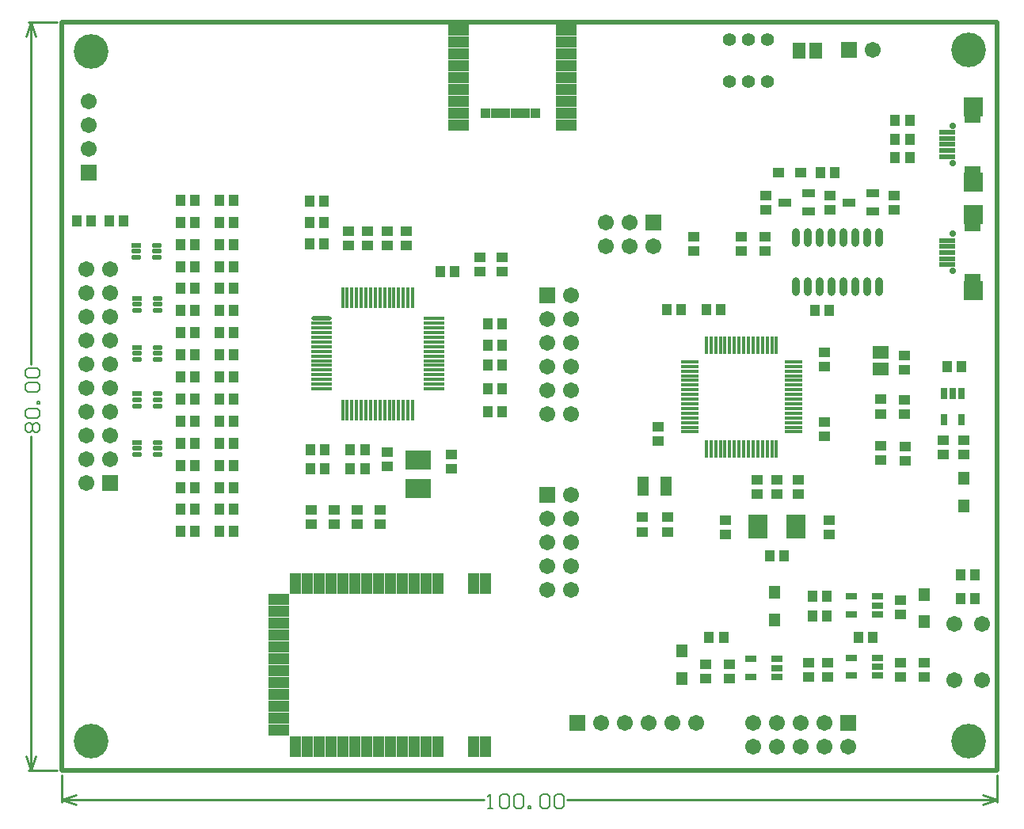
<source format=gts>
G04*
G04 #@! TF.GenerationSoftware,Altium Limited,Altium Designer,18.1.9 (240)*
G04*
G04 Layer_Color=8388736*
%FSLAX24Y24*%
%MOIN*%
G70*
G01*
G75*
%ADD14C,0.0100*%
%ADD17C,0.0200*%
%ADD18C,0.0060*%
%ADD20C,0.0050*%
%ADD49R,0.0474X0.0789*%
%ADD50R,0.0466X0.0446*%
%ADD51R,0.0474X0.0407*%
%ADD52R,0.0446X0.0466*%
%ADD53O,0.0316X0.0789*%
%ADD54R,0.0659X0.0537*%
%ADD55R,0.0828X0.1025*%
%ADD56R,0.0513X0.0316*%
%ADD57R,0.0474X0.0867*%
%ADD58R,0.0867X0.0474*%
%ADD59R,0.0690X0.0237*%
%ADD60R,0.0828X0.0789*%
%ADD61R,0.0316X0.0513*%
%ADD62R,0.1104X0.0789*%
%ADD63R,0.0474X0.0572*%
%ADD64R,0.0537X0.0659*%
%ADD65R,0.0572X0.0356*%
%ADD66C,0.0671*%
%ADD67R,0.0167X0.0867*%
%ADD68R,0.0867X0.0167*%
%ADD69O,0.0867X0.0167*%
%ADD70O,0.0749X0.0150*%
%ADD71O,0.0150X0.0749*%
%ADD72R,0.0395X0.0395*%
%ADD73O,0.0415X0.0218*%
%ADD74R,0.0415X0.0218*%
%ADD75R,0.0671X0.0671*%
%ADD76R,0.0671X0.0671*%
%ADD77R,0.0671X0.0395*%
%ADD78C,0.0277*%
%ADD79C,0.0552*%
%ADD80C,0.1458*%
D14*
X-1300Y31496D02*
X-1100Y30896D01*
X-1500D02*
X-1300Y31496D01*
X-1500Y600D02*
X-1300Y0D01*
X-1100Y600D01*
X-1300Y17098D02*
Y31496D01*
Y0D02*
Y14078D01*
X-1400Y31496D02*
X-200D01*
X-1400Y0D02*
X-200D01*
X0Y-1250D02*
X600Y-1050D01*
X0Y-1250D02*
X600Y-1450D01*
X38770D02*
X39370Y-1250D01*
X38770Y-1050D02*
X39370Y-1250D01*
X0D02*
X17766D01*
X21285D02*
X39370D01*
X0Y-1350D02*
Y-200D01*
X39370Y-1350D02*
Y-200D01*
D17*
X0Y0D02*
X39370D01*
Y31496D01*
X0Y0D02*
Y31496D01*
X39370D01*
D18*
X-1440Y14238D02*
X-1540Y14338D01*
Y14538D01*
X-1440Y14638D01*
X-1340D01*
X-1240Y14538D01*
X-1140Y14638D01*
X-1040D01*
X-940Y14538D01*
Y14338D01*
X-1040Y14238D01*
X-1140D01*
X-1240Y14338D01*
X-1340Y14238D01*
X-1440D01*
X-1240Y14338D02*
Y14538D01*
X-1440Y14838D02*
X-1540Y14938D01*
Y15138D01*
X-1440Y15238D01*
X-1040D01*
X-940Y15138D01*
Y14938D01*
X-1040Y14838D01*
X-1440D01*
X-940Y15438D02*
X-1040D01*
Y15538D01*
X-940D01*
Y15438D01*
X-1440Y15938D02*
X-1540Y16038D01*
Y16238D01*
X-1440Y16338D01*
X-1040D01*
X-940Y16238D01*
Y16038D01*
X-1040Y15938D01*
X-1440D01*
Y16538D02*
X-1540Y16638D01*
Y16838D01*
X-1440Y16938D01*
X-1040D01*
X-940Y16838D01*
Y16638D01*
X-1040Y16538D01*
X-1440D01*
X17926Y-1610D02*
X18125D01*
X18026D01*
Y-1010D01*
X17926Y-1110D01*
X18425D02*
X18525Y-1010D01*
X18725D01*
X18825Y-1110D01*
Y-1510D01*
X18725Y-1610D01*
X18525D01*
X18425Y-1510D01*
Y-1110D01*
X19025D02*
X19125Y-1010D01*
X19325D01*
X19425Y-1110D01*
Y-1510D01*
X19325Y-1610D01*
X19125D01*
X19025Y-1510D01*
Y-1110D01*
X19625Y-1610D02*
Y-1510D01*
X19725D01*
Y-1610D01*
X19625D01*
X20125Y-1110D02*
X20225Y-1010D01*
X20425D01*
X20525Y-1110D01*
Y-1510D01*
X20425Y-1610D01*
X20225D01*
X20125Y-1510D01*
Y-1110D01*
X20725D02*
X20825Y-1010D01*
X21025D01*
X21125Y-1110D01*
Y-1510D01*
X21025Y-1610D01*
X20825D01*
X20725Y-1510D01*
Y-1110D01*
D20*
X38562Y27372D02*
Y27552D01*
X38122Y27372D02*
Y27552D01*
Y27372D02*
X38562D01*
X38122Y27552D02*
X38562D01*
Y25148D02*
Y25328D01*
X38122Y25148D02*
Y25328D01*
Y25148D02*
X38562D01*
X38122Y25328D02*
X38562D01*
Y22822D02*
Y23002D01*
X38122Y22822D02*
Y23002D01*
Y22822D02*
X38562D01*
X38122Y23002D02*
X38562D01*
Y20598D02*
Y20778D01*
X38122Y20598D02*
Y20778D01*
Y20598D02*
X38562D01*
X38122Y20778D02*
X38562D01*
D49*
X25438Y11950D02*
D03*
X24454D02*
D03*
D50*
X37108Y13903D02*
D03*
Y13297D02*
D03*
X37958Y13900D02*
D03*
Y13294D02*
D03*
X29644Y24185D02*
D03*
Y23579D02*
D03*
X34467Y13050D02*
D03*
Y13656D02*
D03*
Y15008D02*
D03*
Y15614D02*
D03*
X31450Y4522D02*
D03*
Y3915D02*
D03*
X32250Y3915D02*
D03*
Y4522D02*
D03*
X35300Y7156D02*
D03*
Y6550D02*
D03*
X31000Y11637D02*
D03*
Y12244D02*
D03*
X30104Y11637D02*
D03*
Y12244D02*
D03*
X29272Y11637D02*
D03*
Y12244D02*
D03*
X13700Y13403D02*
D03*
Y12797D02*
D03*
X12069Y22085D02*
D03*
Y22691D02*
D03*
X12880Y22085D02*
D03*
Y22691D02*
D03*
X14500Y22085D02*
D03*
Y22691D02*
D03*
X13690Y22085D02*
D03*
Y22691D02*
D03*
X10491Y10953D02*
D03*
Y10347D02*
D03*
X11457Y10953D02*
D03*
Y10347D02*
D03*
X13391Y10953D02*
D03*
Y10347D02*
D03*
X12424Y10953D02*
D03*
Y10347D02*
D03*
X18550Y21000D02*
D03*
Y21606D02*
D03*
X17600Y21000D02*
D03*
Y21606D02*
D03*
X16400Y13303D02*
D03*
Y12697D02*
D03*
X29606Y22474D02*
D03*
Y21868D02*
D03*
X28604Y22474D02*
D03*
Y21868D02*
D03*
X28100Y4472D02*
D03*
Y3865D02*
D03*
X27100Y3865D02*
D03*
Y4472D02*
D03*
X35300Y4522D02*
D03*
Y3915D02*
D03*
X36300Y3915D02*
D03*
Y4522D02*
D03*
X32100Y16997D02*
D03*
Y17603D02*
D03*
X25100Y14453D02*
D03*
Y13847D02*
D03*
X32100Y14046D02*
D03*
Y14652D02*
D03*
X32300Y9930D02*
D03*
Y10536D02*
D03*
X27950Y9930D02*
D03*
Y10536D02*
D03*
X24450Y10044D02*
D03*
Y10650D02*
D03*
X25500Y10044D02*
D03*
Y10650D02*
D03*
X35044Y24185D02*
D03*
Y23579D02*
D03*
X32322Y23594D02*
D03*
Y24200D02*
D03*
X35483Y14992D02*
D03*
Y15599D02*
D03*
X35502Y13637D02*
D03*
Y13030D02*
D03*
X35483Y16867D02*
D03*
Y17474D02*
D03*
X26600Y21868D02*
D03*
Y22474D02*
D03*
D51*
X30165Y25147D02*
D03*
X31094D02*
D03*
D52*
X32547D02*
D03*
X31941D02*
D03*
X25464Y19400D02*
D03*
X26071D02*
D03*
X27250Y5600D02*
D03*
X27856D02*
D03*
X31600Y6506D02*
D03*
X32206D02*
D03*
X31597Y7317D02*
D03*
X32203D02*
D03*
X33544Y5600D02*
D03*
X34150D02*
D03*
X4997Y10050D02*
D03*
X5603D02*
D03*
X4997Y10980D02*
D03*
X5603D02*
D03*
X4997Y11910D02*
D03*
X5603D02*
D03*
X4997Y12840D02*
D03*
X5603D02*
D03*
X4997Y13770D02*
D03*
X5603D02*
D03*
X4997Y14700D02*
D03*
X5603D02*
D03*
X4997Y15630D02*
D03*
X5603D02*
D03*
X4997Y16560D02*
D03*
X5603D02*
D03*
X4997Y17490D02*
D03*
X5603D02*
D03*
X4997Y18420D02*
D03*
X5603D02*
D03*
X4997Y19350D02*
D03*
X5603D02*
D03*
X4997Y20280D02*
D03*
X5603D02*
D03*
X4997Y21210D02*
D03*
X5603D02*
D03*
X4997Y22140D02*
D03*
X5603D02*
D03*
X4997Y23067D02*
D03*
X5603D02*
D03*
X4997Y24000D02*
D03*
X5603D02*
D03*
X7253D02*
D03*
X6647D02*
D03*
X6647Y23070D02*
D03*
X7253D02*
D03*
X7253Y22140D02*
D03*
X6647D02*
D03*
X6647Y21210D02*
D03*
X7253D02*
D03*
X7253Y20280D02*
D03*
X6647D02*
D03*
X6647Y19350D02*
D03*
X7253D02*
D03*
X7253Y18420D02*
D03*
X6647D02*
D03*
X6647Y17490D02*
D03*
X7253D02*
D03*
X7253Y16560D02*
D03*
X6647D02*
D03*
X6647Y15630D02*
D03*
X7253D02*
D03*
X7253Y14700D02*
D03*
X6647D02*
D03*
X6647Y13770D02*
D03*
X7253D02*
D03*
X7253Y12840D02*
D03*
X6647D02*
D03*
X6647Y11910D02*
D03*
X7253D02*
D03*
X7253Y10980D02*
D03*
X6647D02*
D03*
X6647Y10050D02*
D03*
X7253D02*
D03*
X35694Y25797D02*
D03*
X35087D02*
D03*
X35694Y26572D02*
D03*
X35087D02*
D03*
X35694Y27347D02*
D03*
X35087D02*
D03*
X38447Y7224D02*
D03*
X37841D02*
D03*
X38447Y8218D02*
D03*
X37841D02*
D03*
X12150Y13494D02*
D03*
X12756D02*
D03*
X12756Y12694D02*
D03*
X12150D02*
D03*
X10481D02*
D03*
X11087D02*
D03*
X10481Y13494D02*
D03*
X11087D02*
D03*
X17944Y15100D02*
D03*
X18550D02*
D03*
X17944Y16050D02*
D03*
X18550D02*
D03*
X17944Y17909D02*
D03*
X18550D02*
D03*
X17944Y17046D02*
D03*
X18550D02*
D03*
X17944Y18800D02*
D03*
X18550D02*
D03*
X10447Y22150D02*
D03*
X11053D02*
D03*
X10447Y23050D02*
D03*
X11053D02*
D03*
X10447Y23950D02*
D03*
X11053D02*
D03*
X2600Y23117D02*
D03*
X1994D02*
D03*
X31694Y19347D02*
D03*
X32300D02*
D03*
X37255Y17000D02*
D03*
X37861D02*
D03*
X27736Y19400D02*
D03*
X27130D02*
D03*
X647Y23117D02*
D03*
X1253D02*
D03*
X16550Y21010D02*
D03*
X15944D02*
D03*
X30407Y9033D02*
D03*
X29801D02*
D03*
D53*
X34394Y22420D02*
D03*
X33894D02*
D03*
X33394D02*
D03*
X32894D02*
D03*
X32394D02*
D03*
X31894D02*
D03*
X31394D02*
D03*
X30894D02*
D03*
X34394Y20373D02*
D03*
X33894D02*
D03*
X32394D02*
D03*
X31894D02*
D03*
X31394D02*
D03*
X30894D02*
D03*
X33394D02*
D03*
X32894D02*
D03*
D54*
X34467Y17601D02*
D03*
Y16900D02*
D03*
D55*
X30907Y10270D02*
D03*
X29293D02*
D03*
D56*
X34351Y6569D02*
D03*
Y6943D02*
D03*
Y7317D02*
D03*
X33249D02*
D03*
Y6569D02*
D03*
X34351Y3988D02*
D03*
Y4362D02*
D03*
Y4736D02*
D03*
X33249D02*
D03*
Y3988D02*
D03*
X30101Y3938D02*
D03*
Y4312D02*
D03*
Y4686D02*
D03*
X28999D02*
D03*
Y3938D02*
D03*
D57*
X17346Y7878D02*
D03*
X17846D02*
D03*
X9850Y1000D02*
D03*
X10350D02*
D03*
X10850D02*
D03*
X11350D02*
D03*
X11850D02*
D03*
X12350D02*
D03*
X12850D02*
D03*
X13350D02*
D03*
X13850D02*
D03*
X14350D02*
D03*
X14850D02*
D03*
X15350D02*
D03*
X15850D02*
D03*
X9850Y7878D02*
D03*
X10350D02*
D03*
X10850D02*
D03*
X11350D02*
D03*
X11850D02*
D03*
X12350D02*
D03*
X12850D02*
D03*
X13350D02*
D03*
X13850D02*
D03*
X14350D02*
D03*
X14850D02*
D03*
X15350D02*
D03*
X15850D02*
D03*
X17846Y1000D02*
D03*
X17346D02*
D03*
D58*
X9153Y1689D02*
D03*
Y2189D02*
D03*
Y2689D02*
D03*
Y3189D02*
D03*
Y3689D02*
D03*
Y4189D02*
D03*
Y4689D02*
D03*
Y5189D02*
D03*
Y5689D02*
D03*
Y6189D02*
D03*
Y6689D02*
D03*
Y7189D02*
D03*
X16700Y27150D02*
D03*
Y31150D02*
D03*
Y30650D02*
D03*
Y30150D02*
D03*
Y29650D02*
D03*
Y29150D02*
D03*
Y28650D02*
D03*
Y28150D02*
D03*
Y27650D02*
D03*
X21228Y27150D02*
D03*
Y27650D02*
D03*
Y28150D02*
D03*
Y28650D02*
D03*
Y29150D02*
D03*
Y29650D02*
D03*
Y30150D02*
D03*
Y30650D02*
D03*
Y31150D02*
D03*
D59*
X37285Y26094D02*
D03*
Y26350D02*
D03*
Y25838D02*
D03*
Y26862D02*
D03*
Y26606D02*
D03*
Y21544D02*
D03*
Y21800D02*
D03*
Y21288D02*
D03*
Y22312D02*
D03*
Y22056D02*
D03*
D60*
X38368Y27944D02*
D03*
Y24756D02*
D03*
Y23394D02*
D03*
Y20206D02*
D03*
D61*
X37882Y15851D02*
D03*
X37508D02*
D03*
X37134D02*
D03*
Y14749D02*
D03*
X37882D02*
D03*
D62*
X15000Y11869D02*
D03*
Y13050D02*
D03*
D63*
X37958Y11139D02*
D03*
Y12300D02*
D03*
X30000Y7481D02*
D03*
Y6319D02*
D03*
X36300Y7411D02*
D03*
Y6250D02*
D03*
X26100Y5031D02*
D03*
Y3869D02*
D03*
D64*
X31750Y30293D02*
D03*
X31050D02*
D03*
D65*
X34136Y23535D02*
D03*
Y24283D02*
D03*
X33152Y23909D02*
D03*
X31436Y23535D02*
D03*
Y24283D02*
D03*
X30452Y23909D02*
D03*
D66*
X38750Y6162D02*
D03*
X37569D02*
D03*
X38750Y3800D02*
D03*
X37569D02*
D03*
X26700Y2000D02*
D03*
X25700D02*
D03*
X24700D02*
D03*
X23700D02*
D03*
X22700D02*
D03*
X33100Y1000D02*
D03*
X32100Y2000D02*
D03*
Y1000D02*
D03*
X31100Y2000D02*
D03*
Y1000D02*
D03*
X30100Y2000D02*
D03*
Y1000D02*
D03*
X29100Y2000D02*
D03*
Y1000D02*
D03*
X1050Y21100D02*
D03*
X2050D02*
D03*
X1050Y20100D02*
D03*
X2050D02*
D03*
X1050Y19100D02*
D03*
X2050D02*
D03*
X1050Y18100D02*
D03*
X2050D02*
D03*
X1050Y17100D02*
D03*
X2050D02*
D03*
X1050Y16100D02*
D03*
X2050D02*
D03*
X1050Y15100D02*
D03*
X2050D02*
D03*
X1050Y14100D02*
D03*
X2050D02*
D03*
X1050Y13100D02*
D03*
X2050D02*
D03*
X1050Y12100D02*
D03*
X22900Y22067D02*
D03*
Y23067D02*
D03*
X23900Y22067D02*
D03*
Y23067D02*
D03*
X24900Y22067D02*
D03*
X34150Y30319D02*
D03*
X21450Y11600D02*
D03*
X20450Y10600D02*
D03*
X21450D02*
D03*
X20450Y9600D02*
D03*
X21450D02*
D03*
X20450Y8600D02*
D03*
X21450D02*
D03*
X20450Y7600D02*
D03*
X21450D02*
D03*
Y20000D02*
D03*
X20450Y19000D02*
D03*
X21450D02*
D03*
X20450Y18000D02*
D03*
X21450D02*
D03*
X20450Y17000D02*
D03*
X21450D02*
D03*
X20450Y16000D02*
D03*
X21450D02*
D03*
X20450Y15000D02*
D03*
X21450D02*
D03*
X1150Y26150D02*
D03*
Y27150D02*
D03*
Y28150D02*
D03*
D67*
X11822Y19900D02*
D03*
X12019D02*
D03*
X12216D02*
D03*
X12413D02*
D03*
X12609D02*
D03*
X12806D02*
D03*
X13003D02*
D03*
X13200D02*
D03*
X13397D02*
D03*
X13594D02*
D03*
X13791D02*
D03*
X13987D02*
D03*
X14184D02*
D03*
X14381D02*
D03*
X14578D02*
D03*
X14775D02*
D03*
Y15176D02*
D03*
X14578D02*
D03*
X14381D02*
D03*
X14184D02*
D03*
X13987D02*
D03*
X13791D02*
D03*
X13594D02*
D03*
X13397D02*
D03*
X13200D02*
D03*
X13003D02*
D03*
X12806D02*
D03*
X12609D02*
D03*
X12413D02*
D03*
X12216D02*
D03*
X12019D02*
D03*
X11822D02*
D03*
D68*
X15661Y19014D02*
D03*
Y18817D02*
D03*
Y18620D02*
D03*
Y18424D02*
D03*
Y18227D02*
D03*
Y18030D02*
D03*
Y17833D02*
D03*
Y17636D02*
D03*
Y17439D02*
D03*
Y17243D02*
D03*
Y17046D02*
D03*
Y16849D02*
D03*
Y16652D02*
D03*
Y16455D02*
D03*
Y16258D02*
D03*
Y16061D02*
D03*
X10936D02*
D03*
Y16258D02*
D03*
Y16455D02*
D03*
Y16652D02*
D03*
Y16849D02*
D03*
Y17046D02*
D03*
Y17243D02*
D03*
Y17439D02*
D03*
Y17636D02*
D03*
Y17833D02*
D03*
Y18030D02*
D03*
Y18227D02*
D03*
Y18424D02*
D03*
Y18620D02*
D03*
Y18817D02*
D03*
D69*
Y19014D02*
D03*
D70*
X26424Y14248D02*
D03*
Y14444D02*
D03*
Y14641D02*
D03*
Y14838D02*
D03*
Y15035D02*
D03*
Y15232D02*
D03*
Y15429D02*
D03*
Y15626D02*
D03*
Y15822D02*
D03*
Y16019D02*
D03*
Y16216D02*
D03*
Y16413D02*
D03*
Y16610D02*
D03*
Y16807D02*
D03*
Y17003D02*
D03*
Y17200D02*
D03*
X30794D02*
D03*
Y17003D02*
D03*
Y16807D02*
D03*
Y16610D02*
D03*
Y16413D02*
D03*
Y16216D02*
D03*
Y16019D02*
D03*
Y15822D02*
D03*
Y15626D02*
D03*
Y15429D02*
D03*
Y15232D02*
D03*
Y15035D02*
D03*
Y14838D02*
D03*
Y14641D02*
D03*
Y14444D02*
D03*
Y14248D02*
D03*
D71*
X27133Y17909D02*
D03*
X27330D02*
D03*
X27527D02*
D03*
X27724D02*
D03*
X27920D02*
D03*
X28117D02*
D03*
X28314D02*
D03*
X28511D02*
D03*
X28708D02*
D03*
X28905D02*
D03*
X29101D02*
D03*
X29298D02*
D03*
X29495D02*
D03*
X29692D02*
D03*
X29889D02*
D03*
X30086D02*
D03*
Y13539D02*
D03*
X29889D02*
D03*
X29692D02*
D03*
X29495D02*
D03*
X29298D02*
D03*
X29101D02*
D03*
X28905D02*
D03*
X28708D02*
D03*
X28511D02*
D03*
X28314D02*
D03*
X28117D02*
D03*
X27920D02*
D03*
X27724D02*
D03*
X27527D02*
D03*
X27330D02*
D03*
X27133D02*
D03*
D72*
X17840Y27650D02*
D03*
X18260D02*
D03*
X18680D02*
D03*
X19100D02*
D03*
X19520D02*
D03*
X19940D02*
D03*
D73*
X4050Y13294D02*
D03*
Y13550D02*
D03*
Y13806D02*
D03*
X3184Y13294D02*
D03*
Y13550D02*
D03*
Y15600D02*
D03*
Y15344D02*
D03*
X4050Y15856D02*
D03*
Y15600D02*
D03*
Y15344D02*
D03*
X3184Y17550D02*
D03*
Y17294D02*
D03*
X4050Y17806D02*
D03*
Y17550D02*
D03*
Y17294D02*
D03*
X3184Y19619D02*
D03*
Y19363D02*
D03*
X4050Y19875D02*
D03*
Y19619D02*
D03*
Y19363D02*
D03*
X3150Y21850D02*
D03*
Y21594D02*
D03*
X4016Y22106D02*
D03*
Y21850D02*
D03*
Y21594D02*
D03*
D74*
X3184Y13806D02*
D03*
Y15856D02*
D03*
Y17806D02*
D03*
Y19875D02*
D03*
X3150Y22106D02*
D03*
D75*
X21700Y2000D02*
D03*
X33100D02*
D03*
X24900Y23067D02*
D03*
X33150Y30319D02*
D03*
D76*
X2050Y12100D02*
D03*
X20450Y11600D02*
D03*
Y20000D02*
D03*
X1150Y25150D02*
D03*
D77*
X38348Y27462D02*
D03*
Y25238D02*
D03*
Y22912D02*
D03*
Y20688D02*
D03*
D78*
X37501Y25563D02*
D03*
Y27137D02*
D03*
Y21013D02*
D03*
Y22587D02*
D03*
D79*
X28117Y30772D02*
D03*
X28905D02*
D03*
X29692D02*
D03*
Y29000D02*
D03*
X28905D02*
D03*
X28117D02*
D03*
D80*
X1231Y30269D02*
D03*
Y1231D02*
D03*
X38169D02*
D03*
Y30319D02*
D03*
M02*

</source>
